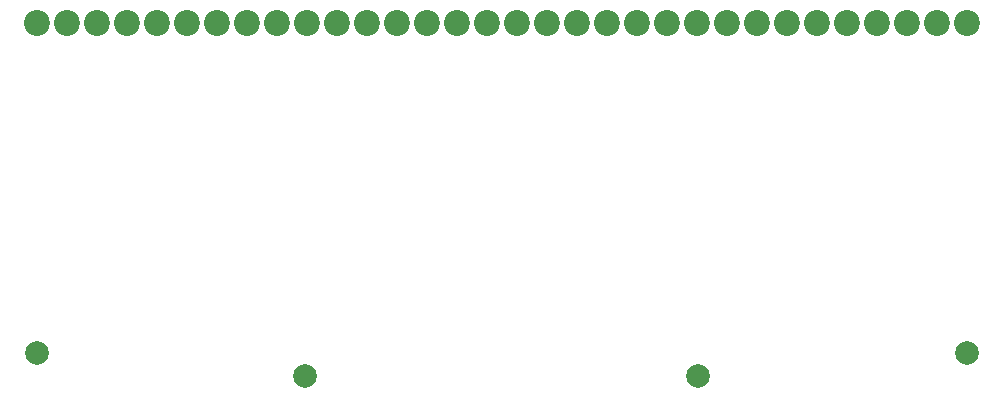
<source format=gbr>
G04 DipTrace 3.3.1.1*
G04 BottomMask.gbr*
%MOIN*%
G04 #@! TF.FileFunction,Soldermask,Bot*
G04 #@! TF.Part,Single*
%ADD16C,0.07874*%
%ADD17C,0.086614*%
%FSLAX26Y26*%
G04*
G70*
G90*
G75*
G01*
G04 BotMask*
%LPD*%
D16*
X2704724Y492126D3*
X1393701D3*
X3600000Y569291D3*
X500000D3*
D17*
Y1669291D3*
X600000D3*
X700000D3*
X800000D3*
X900000D3*
X1000000D3*
X1100000D3*
X1200000D3*
X1300000D3*
X1400000D3*
X1500000D3*
X1600000D3*
X1700000D3*
X1800000D3*
X1900000D3*
X2000000D3*
X2100000D3*
X2200000D3*
X2300000D3*
X2400000D3*
X2500000D3*
X2600000D3*
X2700000D3*
X2800000D3*
X2900000D3*
X3000000D3*
X3100000D3*
X3200000D3*
X3300000D3*
X3400000D3*
X3500000D3*
X3600000D3*
M02*

</source>
